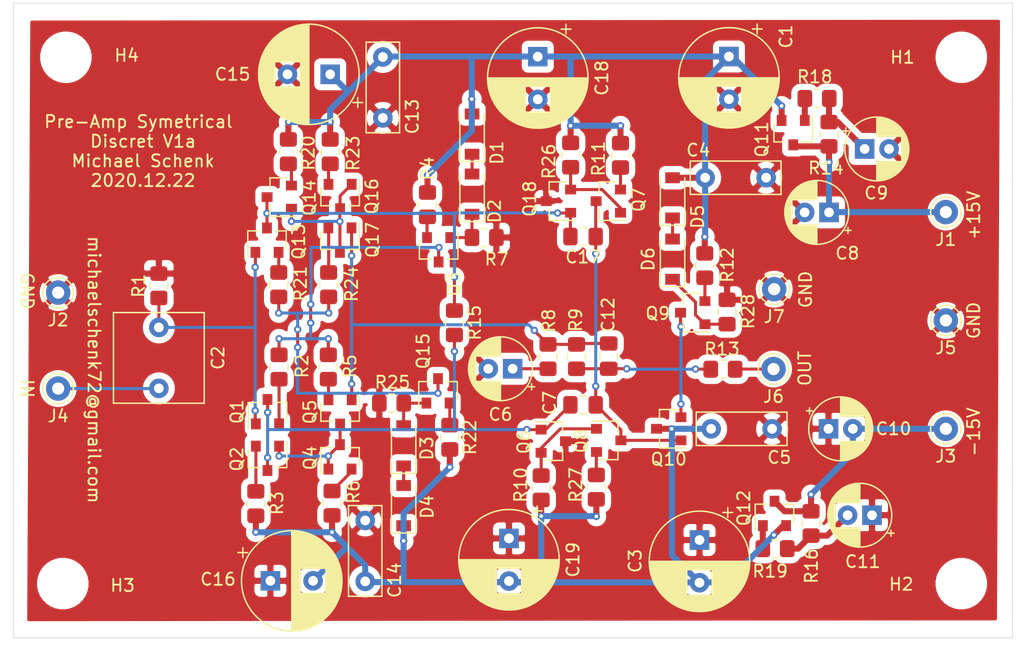
<source format=kicad_pcb>
(kicad_pcb (version 20171130) (host pcbnew "(5.1.8-0-10_14)")
  (layers (0 F.Cu signal) (31 B.Cu signal) (34 B.Paste user) (35 F.Paste user) (36 B.SilkS user) (37 F.SilkS user) (38 B.Mask user) (39 F.Mask user) (44 Edge.Cuts user))
  (net 0 "")
  (net 1 GND)
  (net 2 +15V)
  (net 3 "Net-(C2-Pad2)")
  (net 4 "Net-(C2-Pad1)")
  (net 5 -15V)
  (net 6 "Net-(C6-Pad1)")
  (net 7 "Net-(C7-Pad2)")
  (net 8 "Net-(C8-Pad1)")
  (net 9 "Net-(C9-Pad1)")
  (net 10 "Net-(C10-Pad2)")
  (net 11 "Net-(C11-Pad2)")
  (net 12 "Net-(D1-Pad1)")
  (net 13 "Net-(D2-Pad1)")
  (net 14 "Net-(J6-Pad1)")
  (net 15 "Net-(Q1-Pad2)")
  (net 16 "Net-(Q2-Pad2)")
  (net 17 "Net-(Q2-Pad1)")
  (net 18 "Net-(Q3-Pad3)")
  (net 19 "Net-(Q3-Pad2)")
  (net 20 "Net-(Q4-Pad2)")
  (net 21 "Net-(Q5-Pad2)")
  (net 22 "Net-(Q6-Pad2)")
  (net 23 "Net-(Q7-Pad2)")
  (net 24 "Net-(Q9-Pad2)")
  (net 25 "Net-(C12-Pad2)")
  (net 26 "Net-(C12-Pad1)")
  (net 27 "Net-(Q11-Pad1)")
  (net 28 "Net-(Q12-Pad1)")
  (net 29 "Net-(C17-Pad1)")
  (net 30 "Net-(C17-Pad2)")
  (net 31 "Net-(D3-Pad2)")
  (net 32 "Net-(D3-Pad1)")
  (net 33 "Net-(D5-Pad1)")
  (net 34 "Net-(D6-Pad1)")
  (net 35 "Net-(Q18-Pad2)")
  (net 36 "Net-(Q8-Pad2)")
  (net 37 "Net-(Q13-Pad2)")
  (net 38 "Net-(Q14-Pad2)")
  (net 39 "Net-(Q14-Pad1)")
  (net 40 "Net-(Q15-Pad3)")
  (net 41 "Net-(Q15-Pad2)")
  (net 42 "Net-(Q16-Pad2)")
  (net 43 "Net-(Q17-Pad2)")
  (module Resistor_SMD:R_0805_2012Metric_Pad1.20x1.40mm_HandSolder (layer F.Cu) (at 187.325 138.573 90)
    (fp_text reference R16 (at -3.4892 0.0254 90) (layer F.SilkS))
    (fp_text value 10k)
    (pad 2 smd roundrect (at 1 0 90) (size 1.2 1.4) (layers F.Cu F.Paste F.Mask) (roundrect_rratio 0.2083325) (net 10 "Net-(C10-Pad2)"))
    (pad 1 smd roundrect (at -1 0 90) (size 1.2 1.4) (layers F.Cu F.Paste F.Mask) (roundrect_rratio 0.2083325) (net 11 "Net-(C11-Pad2)"))
  )
  (module Capacitor_THT:CP_Radial_D8.0mm_P3.50mm (layer F.Cu) (at 162.56 139.8016 270)
    (fp_text reference C19 (at 1.75 -5.25 90) (layer F.SilkS))
    (fp_text value 220uF)
    (pad 2 thru_hole circle (at 3.5 0 270) (size 1.6 1.6) (drill 0.8) (layers *.Cu *.Mask) (net 5 -15V))
    (pad 1 thru_hole rect (at 0 0 270) (size 1.6 1.6) (drill 0.8) (layers *.Cu *.Mask) (net 1 GND))
  )
  (module Capacitor_THT:CP_Radial_D8.0mm_P3.50mm (layer F.Cu) (at 164.9222 100.2792 270)
    (fp_text reference C18 (at 1.75 -5.25 90) (layer F.SilkS))
    (fp_text value 220uF)
    (pad 2 thru_hole circle (at 3.5 0 270) (size 1.6 1.6) (drill 0.8) (layers *.Cu *.Mask) (net 1 GND))
    (pad 1 thru_hole rect (at 0 0 270) (size 1.6 1.6) (drill 0.8) (layers *.Cu *.Mask) (net 2 +15V))
  )
  (module Resistor_SMD:R_0805_2012Metric_Pad1.20x1.40mm_HandSolder (layer F.Cu) (at 141.8082 136.9408 270)
    (fp_text reference R3 (at -0.0348 -1.7272 90) (layer F.SilkS))
    (fp_text value 68R)
    (pad 2 smd roundrect (at 1 0 270) (size 1.2 1.4) (layers F.Cu F.Paste F.Mask) (roundrect_rratio 0.2083325) (net 5 -15V))
    (pad 1 smd roundrect (at -1 0 270) (size 1.2 1.4) (layers F.Cu F.Paste F.Mask) (roundrect_rratio 0.2083325) (net 16 "Net-(Q2-Pad2)"))
  )
  (module Resistor_SMD:R_0805_2012Metric_Pad1.20x1.40mm_HandSolder (layer F.Cu) (at 158.0896 122.1072 270)
    (fp_text reference R15 (at 0 -1.65 90) (layer F.SilkS))
    (fp_text value 250k)
    (pad 2 smd roundrect (at 1 0 270) (size 1.2 1.4) (layers F.Cu F.Paste F.Mask) (roundrect_rratio 0.208333) (net 7 "Net-(C7-Pad2)"))
    (pad 1 smd roundrect (at -1 0 270) (size 1.2 1.4) (layers F.Cu F.Paste F.Mask) (roundrect_rratio 0.208333) (net 30 "Net-(C17-Pad2)"))
  )
  (module Capacitor_THT:CP_Radial_D5.0mm_P2.00mm (layer F.Cu) (at 162.8648 125.8824 180)
    (fp_text reference C6 (at 1 -3.75) (layer F.SilkS))
    (fp_text value 100uF)
    (pad 2 thru_hole circle (at 2 0 180) (size 1.6 1.6) (drill 0.8) (layers *.Cu *.Mask) (net 1 GND))
    (pad 1 thru_hole rect (at 0 0 180) (size 1.6 1.6) (drill 0.8) (layers *.Cu *.Mask) (net 6 "Net-(C6-Pad1)"))
  )
  (module Package_TO_SOT_SMD:SOT-23 (layer F.Cu) (at 166.6146 112.1308 180)
    (fp_text reference Q18 (at 2.3528 0.193 90) (layer F.SilkS))
    (fp_text value BC860C)
    (pad 3 smd rect (at 1 0 180) (size 0.9 0.8) (layers F.Cu F.Paste F.Mask) (net 1 GND))
    (pad 2 smd rect (at -1 0.95 180) (size 0.9 0.8) (layers F.Cu F.Paste F.Mask) (net 35 "Net-(Q18-Pad2)"))
    (pad 1 smd rect (at -1 -0.95 180) (size 0.9 0.8) (layers F.Cu F.Paste F.Mask) (net 30 "Net-(C17-Pad2)"))
  )
  (module Resistor_SMD:R_0805_2012Metric_Pad1.20x1.40mm_HandSolder (layer F.Cu) (at 180.102 125.9205 180)
    (fp_text reference R13 (at 0.0795 1.651) (layer F.SilkS))
    (fp_text value 47R)
    (pad 2 smd roundrect (at 1 0 180) (size 1.2 1.4) (layers F.Cu F.Paste F.Mask) (roundrect_rratio 0.2083325) (net 26 "Net-(C12-Pad1)"))
    (pad 1 smd roundrect (at -1 0 180) (size 1.2 1.4) (layers F.Cu F.Paste F.Mask) (roundrect_rratio 0.2083325) (net 14 "Net-(J6-Pad1)"))
  )
  (module Resistor_SMD:R_0805_2012Metric_Pad1.20x1.40mm_HandSolder (layer F.Cu) (at 180.4416 121.2248 90)
    (fp_text reference R28 (at 0.0414 1.7145 90) (layer F.SilkS))
    (fp_text value 10k)
    (pad 2 smd roundrect (at 1 0 90) (size 1.2 1.4) (layers F.Cu F.Paste F.Mask) (roundrect_rratio 0.2083325) (net 1 GND))
    (pad 1 smd roundrect (at -1 0 90) (size 1.2 1.4) (layers F.Cu F.Paste F.Mask) (roundrect_rratio 0.2083325) (net 34 "Net-(D6-Pad1)"))
  )
  (module Resistor_SMD:R_0805_2012Metric_Pad1.20x1.40mm_HandSolder (layer F.Cu) (at 169.7228 135.5946 270)
    (fp_text reference R27 (at -0.1872 1.6764 90) (layer F.SilkS))
    (fp_text value 39R)
    (pad 2 smd roundrect (at 1 0 270) (size 1.2 1.4) (layers F.Cu F.Paste F.Mask) (roundrect_rratio 0.2083325) (net 5 -15V))
    (pad 1 smd roundrect (at -1 0 270) (size 1.2 1.4) (layers F.Cu F.Paste F.Mask) (roundrect_rratio 0.2083325) (net 36 "Net-(Q8-Pad2)"))
  )
  (module Resistor_SMD:R_0805_2012Metric_Pad1.20x1.40mm_HandSolder (layer F.Cu) (at 167.6146 108.347 270)
    (fp_text reference R26 (at 0.524 1.778 90) (layer F.SilkS))
    (fp_text value 2k2)
    (pad 2 smd roundrect (at 1 0 270) (size 1.2 1.4) (layers F.Cu F.Paste F.Mask) (roundrect_rratio 0.2083325) (net 35 "Net-(Q18-Pad2)"))
    (pad 1 smd roundrect (at -1 0 270) (size 1.2 1.4) (layers F.Cu F.Paste F.Mask) (roundrect_rratio 0.2083325) (net 2 +15V))
  )
  (module Resistor_SMD:R_0805_2012Metric_Pad1.20x1.40mm_HandSolder (layer F.Cu) (at 152.9334 128.7018)
    (fp_text reference R25 (at 0.0762 -1.7018) (layer F.SilkS))
    (fp_text value 10k)
    (pad 2 smd roundrect (at 1 0) (size 1.2 1.4) (layers F.Cu F.Paste F.Mask) (roundrect_rratio 0.2083325) (net 31 "Net-(D3-Pad2)"))
    (pad 1 smd roundrect (at -1 0) (size 1.2 1.4) (layers F.Cu F.Paste F.Mask) (roundrect_rratio 0.2083325) (net 1 GND))
  )
  (module Resistor_SMD:R_0805_2012Metric_Pad1.20x1.40mm_HandSolder (layer F.Cu) (at 147.7772 118.983 270)
    (fp_text reference R24 (at -0.0348 -1.8796 90) (layer F.SilkS))
    (fp_text value 100R)
    (pad 2 smd roundrect (at 1 0 270) (size 1.2 1.4) (layers F.Cu F.Paste F.Mask) (roundrect_rratio 0.2083325) (net 40 "Net-(Q15-Pad3)"))
    (pad 1 smd roundrect (at -1 0 270) (size 1.2 1.4) (layers F.Cu F.Paste F.Mask) (roundrect_rratio 0.2083325) (net 43 "Net-(Q17-Pad2)"))
  )
  (module Resistor_SMD:R_0805_2012Metric_Pad1.20x1.40mm_HandSolder (layer F.Cu) (at 147.9042 108.0676 270)
    (fp_text reference R23 (at 0.1364 -1.8796 90) (layer F.SilkS))
    (fp_text value 68R)
    (pad 2 smd roundrect (at 1 0 270) (size 1.2 1.4) (layers F.Cu F.Paste F.Mask) (roundrect_rratio 0.2083325) (net 42 "Net-(Q16-Pad2)"))
    (pad 1 smd roundrect (at -1 0 270) (size 1.2 1.4) (layers F.Cu F.Paste F.Mask) (roundrect_rratio 0.2083325) (net 2 +15V))
  )
  (module Resistor_SMD:R_0805_2012Metric_Pad1.20x1.40mm_HandSolder (layer F.Cu) (at 157.7086 131.5052 270)
    (fp_text reference R22 (at 0 -1.65 90) (layer F.SilkS))
    (fp_text value 150R)
    (pad 2 smd roundrect (at 1 0 270) (size 1.2 1.4) (layers F.Cu F.Paste F.Mask) (roundrect_rratio 0.2083325) (net 5 -15V))
    (pad 1 smd roundrect (at -1 0 270) (size 1.2 1.4) (layers F.Cu F.Paste F.Mask) (roundrect_rratio 0.2083325) (net 41 "Net-(Q15-Pad2)"))
  )
  (module Resistor_SMD:R_0805_2012Metric_Pad1.20x1.40mm_HandSolder (layer F.Cu) (at 143.6878 118.983 270)
    (fp_text reference R21 (at -0.0856 -1.778 90) (layer F.SilkS))
    (fp_text value 100R)
    (pad 2 smd roundrect (at 1 0 270) (size 1.2 1.4) (layers F.Cu F.Paste F.Mask) (roundrect_rratio 0.2083325) (net 40 "Net-(Q15-Pad3)"))
    (pad 1 smd roundrect (at -1 0 270) (size 1.2 1.4) (layers F.Cu F.Paste F.Mask) (roundrect_rratio 0.2083325) (net 37 "Net-(Q13-Pad2)"))
  )
  (module Resistor_SMD:R_0805_2012Metric_Pad1.20x1.40mm_HandSolder (layer F.Cu) (at 144.4752 108.0676 270)
    (fp_text reference R20 (at 0.111 -1.6256 90) (layer F.SilkS))
    (fp_text value 68R)
    (pad 2 smd roundrect (at 1 0 270) (size 1.2 1.4) (layers F.Cu F.Paste F.Mask) (roundrect_rratio 0.2083325) (net 38 "Net-(Q14-Pad2)"))
    (pad 1 smd roundrect (at -1 0 270) (size 1.2 1.4) (layers F.Cu F.Paste F.Mask) (roundrect_rratio 0.2083325) (net 2 +15V))
  )
  (module Package_TO_SOT_SMD:SOT-23 (layer F.Cu) (at 148.7018 115.3254 270)
    (fp_text reference Q17 (at -0.016 -2.667 90) (layer F.SilkS))
    (fp_text value BC850C)
    (pad 3 smd rect (at 1 0 270) (size 0.9 0.8) (layers F.Cu F.Paste F.Mask) (net 39 "Net-(Q14-Pad1)"))
    (pad 2 smd rect (at -1 0.95 270) (size 0.9 0.8) (layers F.Cu F.Paste F.Mask) (net 43 "Net-(Q17-Pad2)"))
    (pad 1 smd rect (at -1 -0.95 270) (size 0.9 0.8) (layers F.Cu F.Paste F.Mask) (net 25 "Net-(C12-Pad2)"))
  )
  (module Package_TO_SOT_SMD:SOT-23 (layer F.Cu) (at 148.717 111.7506 270)
    (fp_text reference Q16 (at -0.016 -2.6035 90) (layer F.SilkS))
    (fp_text value BC860C)
    (pad 3 smd rect (at 1 0 270) (size 0.9 0.8) (layers F.Cu F.Paste F.Mask) (net 39 "Net-(Q14-Pad1)"))
    (pad 2 smd rect (at -1 0.95 270) (size 0.9 0.8) (layers F.Cu F.Paste F.Mask) (net 42 "Net-(Q16-Pad2)"))
    (pad 1 smd rect (at -1 -0.95 270) (size 0.9 0.8) (layers F.Cu F.Paste F.Mask) (net 39 "Net-(Q14-Pad1)"))
  )
  (module Package_TO_SOT_SMD:SOT-23 (layer F.Cu) (at 156.7434 127.6952 90)
    (fp_text reference Q15 (at 3.2606 -1.2192 90) (layer F.SilkS))
    (fp_text value BC850C)
    (pad 3 smd rect (at 1 0 90) (size 0.9 0.8) (layers F.Cu F.Paste F.Mask) (net 40 "Net-(Q15-Pad3)"))
    (pad 2 smd rect (at -1 0.95 90) (size 0.9 0.8) (layers F.Cu F.Paste F.Mask) (net 41 "Net-(Q15-Pad2)"))
    (pad 1 smd rect (at -1 -0.95 90) (size 0.9 0.8) (layers F.Cu F.Paste F.Mask) (net 31 "Net-(D3-Pad2)"))
  )
  (module Package_TO_SOT_SMD:SOT-23 (layer F.Cu) (at 143.7292 111.8006 180)
    (fp_text reference Q14 (at -2.4605 -0.061 90) (layer F.SilkS))
    (fp_text value BC860C)
    (pad 3 smd rect (at 1 0 180) (size 0.9 0.8) (layers F.Cu F.Paste F.Mask) (net 30 "Net-(C17-Pad2)"))
    (pad 2 smd rect (at -1 0.95 180) (size 0.9 0.8) (layers F.Cu F.Paste F.Mask) (net 38 "Net-(Q14-Pad2)"))
    (pad 1 smd rect (at -1 -0.95 180) (size 0.9 0.8) (layers F.Cu F.Paste F.Mask) (net 39 "Net-(Q14-Pad1)"))
  )
  (module Package_TO_SOT_SMD:SOT-23 (layer F.Cu) (at 142.7226 115.332 90)
    (fp_text reference Q13 (at -0.111 2.601 90) (layer F.SilkS))
    (fp_text value BC850C)
    (pad 3 smd rect (at 1 0 90) (size 0.9 0.8) (layers F.Cu F.Paste F.Mask) (net 30 "Net-(C17-Pad2)"))
    (pad 2 smd rect (at -1 0.95 90) (size 0.9 0.8) (layers F.Cu F.Paste F.Mask) (net 37 "Net-(Q13-Pad2)"))
    (pad 1 smd rect (at -1 -0.95 90) (size 0.9 0.8) (layers F.Cu F.Paste F.Mask) (net 4 "Net-(C2-Pad1)"))
  )
  (module Diode_SMD:D_SOD-123 (layer F.Cu) (at 175.9712 116.8908 90)
    (fp_text reference D6 (at 0 -2 90) (layer F.SilkS))
    (fp_text value 1N4148W)
    (pad 2 smd rect (at 1.65 0 90) (size 0.9 1.2) (layers F.Cu F.Paste F.Mask) (net 33 "Net-(D5-Pad1)"))
    (pad 1 smd rect (at -1.65 0 90) (size 0.9 1.2) (layers F.Cu F.Paste F.Mask) (net 34 "Net-(D6-Pad1)"))
  )
  (module Diode_SMD:D_SOD-123 (layer F.Cu) (at 175.9712 111.8626 90)
    (fp_text reference D5 (at -1.5484 2.0574 90) (layer F.SilkS))
    (fp_text value 1N4148W)
    (pad 2 smd rect (at 1.65 0 90) (size 0.9 1.2) (layers F.Cu F.Paste F.Mask) (net 2 +15V))
    (pad 1 smd rect (at -1.65 0 90) (size 0.9 1.2) (layers F.Cu F.Paste F.Mask) (net 33 "Net-(D5-Pad1)"))
  )
  (module Diode_SMD:D_SOD-123 (layer F.Cu) (at 153.924 137.1082 90)
    (fp_text reference D4 (at -0.1026 1.9304 90) (layer F.SilkS))
    (fp_text value 1N4148W)
    (pad 2 smd rect (at 1.65 0 90) (size 0.9 1.2) (layers F.Cu F.Paste F.Mask) (net 32 "Net-(D3-Pad1)"))
    (pad 1 smd rect (at -1.65 0 90) (size 0.9 1.2) (layers F.Cu F.Paste F.Mask) (net 5 -15V))
  )
  (module Diode_SMD:D_SOD-123 (layer F.Cu) (at 153.924 132.207 90)
    (fp_text reference D3 (at -0.2032 1.905 90) (layer F.SilkS))
    (fp_text value 1N4148W)
    (pad 2 smd rect (at 1.65 0 90) (size 0.9 1.2) (layers F.Cu F.Paste F.Mask) (net 31 "Net-(D3-Pad2)"))
    (pad 1 smd rect (at -1.65 0 90) (size 0.9 1.2) (layers F.Cu F.Paste F.Mask) (net 32 "Net-(D3-Pad1)"))
  )
  (module Capacitor_SMD:C_0805_2012Metric_Pad1.18x1.45mm_HandSolder (layer F.Cu) (at 168.6345 115.0366 180)
    (fp_text reference C17 (at 0 -1.68) (layer F.SilkS))
    (fp_text value 1nF)
    (pad 2 smd roundrect (at 1.0375 0 180) (size 1.175 1.45) (layers F.Cu F.Paste F.Mask) (roundrect_rratio 0.2127659574468085) (net 30 "Net-(C17-Pad2)"))
    (pad 1 smd roundrect (at -1.0375 0 180) (size 1.175 1.45) (layers F.Cu F.Paste F.Mask) (roundrect_rratio 0.2127659574468085) (net 29 "Net-(C17-Pad1)"))
  )
  (module Capacitor_THT:CP_Radial_D8.0mm_P3.50mm (layer F.Cu) (at 143.002 143.2814)
    (fp_text reference C16 (at -4.2926 -0.127) (layer F.SilkS))
    (fp_text value 220uF)
    (pad 2 thru_hole circle (at 3.5 0) (size 1.6 1.6) (drill 0.8) (layers *.Cu *.Mask) (net 5 -15V))
    (pad 1 thru_hole rect (at 0 0) (size 1.6 1.6) (drill 0.8) (layers *.Cu *.Mask) (net 1 GND))
  )
  (module Capacitor_THT:CP_Radial_D8.0mm_P3.50mm (layer F.Cu) (at 147.9042 101.727 180)
    (fp_text reference C15 (at 8.001 0) (layer F.SilkS))
    (fp_text value 220uF)
    (pad 2 thru_hole circle (at 3.5 0 180) (size 1.6 1.6) (drill 0.8) (layers *.Cu *.Mask) (net 1 GND))
    (pad 1 thru_hole rect (at 0 0 180) (size 1.6 1.6) (drill 0.8) (layers *.Cu *.Mask) (net 2 +15V))
  )
  (module Capacitor_THT:CP_Radial_D8.0mm_P3.50mm (layer F.Cu) (at 178.181 139.9338 270)
    (fp_text reference C3 (at 1.7145 5.2705 90) (layer F.SilkS))
    (fp_text value 220uF)
    (pad 2 thru_hole circle (at 3.5 0 270) (size 1.6 1.6) (drill 0.8) (layers *.Cu *.Mask) (net 5 -15V))
    (pad 1 thru_hole rect (at 0 0 270) (size 1.6 1.6) (drill 0.8) (layers *.Cu *.Mask) (net 1 GND))
  )
  (module Capacitor_THT:CP_Radial_D8.0mm_P3.50mm (layer F.Cu) (at 180.594 100.2665 270)
    (fp_text reference C1 (at -1.6383 -4.6736 90) (layer F.SilkS))
    (fp_text value 220uF)
    (pad 2 thru_hole circle (at 3.5 0 270) (size 1.6 1.6) (drill 0.8) (layers *.Cu *.Mask) (net 1 GND))
    (pad 1 thru_hole rect (at 0 0 270) (size 1.6 1.6) (drill 0.8) (layers *.Cu *.Mask) (net 2 +15V))
  )
  (module Capacitor_THT:CP_Radial_D5.0mm_P2.00mm (layer F.Cu) (at 192.3222 137.8966 180)
    (fp_text reference C11 (at 0.762 -3.81) (layer F.SilkS))
    (fp_text value 100uF)
    (pad 2 thru_hole circle (at 2 0 180) (size 1.6 1.6) (drill 0.8) (layers *.Cu *.Mask) (net 11 "Net-(C11-Pad2)"))
    (pad 1 thru_hole rect (at 0 0 180) (size 1.6 1.6) (drill 0.8) (layers *.Cu *.Mask) (net 1 GND))
  )
  (module Capacitor_THT:CP_Radial_D5.0mm_P2.00mm (layer F.Cu) (at 188.754 130.81)
    (fp_text reference C10 (at 5.334 0) (layer F.SilkS))
    (fp_text value 100uF)
    (pad 2 thru_hole circle (at 2 0) (size 1.6 1.6) (drill 0.8) (layers *.Cu *.Mask) (net 10 "Net-(C10-Pad2)"))
    (pad 1 thru_hole rect (at 0 0) (size 1.6 1.6) (drill 0.8) (layers *.Cu *.Mask) (net 1 GND))
  )
  (module Capacitor_THT:CP_Radial_D5.0mm_P2.00mm (layer F.Cu) (at 191.7192 107.8484)
    (fp_text reference C9 (at 0.9525 3.6195) (layer F.SilkS))
    (fp_text value 100uF)
    (pad 2 thru_hole circle (at 2 0) (size 1.6 1.6) (drill 0.8) (layers *.Cu *.Mask) (net 1 GND))
    (pad 1 thru_hole rect (at 0 0) (size 1.6 1.6) (drill 0.8) (layers *.Cu *.Mask) (net 9 "Net-(C9-Pad1)"))
  )
  (module Capacitor_THT:CP_Radial_D5.0mm_P2.00mm (layer F.Cu) (at 188.7982 113.0554 180)
    (fp_text reference C8 (at -1.4986 -3.3528) (layer F.SilkS))
    (fp_text value 100uF)
    (pad 2 thru_hole circle (at 2 0 180) (size 1.6 1.6) (drill 0.8) (layers *.Cu *.Mask) (net 1 GND))
    (pad 1 thru_hole rect (at 0 0 180) (size 1.6 1.6) (drill 0.8) (layers *.Cu *.Mask) (net 8 "Net-(C8-Pad1)"))
  )
  (module Resistor_SMD:R_0805_2012Metric_Pad1.20x1.40mm_HandSolder (layer F.Cu) (at 184.3692 140.6398 180)
    (fp_text reference R19 (at 0.397 -1.8542) (layer F.SilkS))
    (fp_text value 100R)
    (pad 2 smd roundrect (at 1 0 180) (size 1.2 1.4) (layers F.Cu F.Paste F.Mask) (roundrect_rratio 0.2083325) (net 28 "Net-(Q12-Pad1)"))
    (pad 1 smd roundrect (at -1 0 180) (size 1.2 1.4) (layers F.Cu F.Paste F.Mask) (roundrect_rratio 0.2083325) (net 11 "Net-(C11-Pad2)"))
  )
  (module Resistor_SMD:R_0805_2012Metric_Pad1.20x1.40mm_HandSolder (layer F.Cu) (at 187.817 103.7082 180)
    (fp_text reference R18 (at 0.1872 1.778) (layer F.SilkS))
    (fp_text value 100R)
    (pad 2 smd roundrect (at 1 0 180) (size 1.2 1.4) (layers F.Cu F.Paste F.Mask) (roundrect_rratio 0.2083325) (net 27 "Net-(Q11-Pad1)"))
    (pad 1 smd roundrect (at -1 0 180) (size 1.2 1.4) (layers F.Cu F.Paste F.Mask) (roundrect_rratio 0.2083325) (net 9 "Net-(C9-Pad1)"))
  )
  (module Resistor_SMD:R_0805_2012Metric_Pad1.20x1.40mm_HandSolder (layer F.Cu) (at 188.7982 106.6386 270)
    (fp_text reference R14 (at 2.7846 0.254 180) (layer F.SilkS))
    (fp_text value 10k)
    (pad 2 smd roundrect (at 1 0 270) (size 1.2 1.4) (layers F.Cu F.Paste F.Mask) (roundrect_rratio 0.2083325) (net 8 "Net-(C8-Pad1)"))
    (pad 1 smd roundrect (at -1 0 270) (size 1.2 1.4) (layers F.Cu F.Paste F.Mask) (roundrect_rratio 0.2083325) (net 9 "Net-(C9-Pad1)"))
  )
  (module Capacitor_THT:C_Rect_L7.2mm_W2.5mm_P5.00mm_FKS2_FKP2_MKS2_MKP2 (layer F.Cu) (at 150.7744 143.3284 90)
    (fp_text reference C14 (at 0.0978 2.413 90) (layer F.SilkS))
    (fp_text value 100nF)
    (pad 2 thru_hole circle (at 5 0 90) (size 1.6 1.6) (drill 0.8) (layers *.Cu *.Mask) (net 1 GND))
    (pad 1 thru_hole circle (at 0 0 90) (size 1.6 1.6) (drill 0.8) (layers *.Cu *.Mask) (net 5 -15V))
  )
  (module Capacitor_THT:C_Rect_L7.2mm_W2.5mm_P5.00mm_FKS2_FKP2_MKS2_MKP2 (layer F.Cu) (at 152.2222 105.3046 90)
    (fp_text reference C13 (at 0.1105 2.413 90) (layer F.SilkS))
    (fp_text value 100nF)
    (pad 2 thru_hole circle (at 5 0 90) (size 1.6 1.6) (drill 0.8) (layers *.Cu *.Mask) (net 2 +15V))
    (pad 1 thru_hole circle (at 0 0 90) (size 1.6 1.6) (drill 0.8) (layers *.Cu *.Mask) (net 1 GND))
  )
  (module Capacitor_THT:C_Rect_L7.2mm_W2.5mm_P5.00mm_FKS2_FKP2_MKS2_MKP2 (layer F.Cu) (at 179.1335 130.81)
    (fp_text reference C5 (at 5.588 2.3495) (layer F.SilkS))
    (fp_text value 100nF)
    (pad 2 thru_hole circle (at 5 0) (size 1.6 1.6) (drill 0.8) (layers *.Cu *.Mask) (net 1 GND))
    (pad 1 thru_hole circle (at 0 0) (size 1.6 1.6) (drill 0.8) (layers *.Cu *.Mask) (net 5 -15V))
  )
  (module Capacitor_THT:C_Rect_L7.2mm_W2.5mm_P5.00mm_FKS2_FKP2_MKS2_MKP2 (layer F.Cu) (at 183.642 110.2106 180)
    (fp_text reference C4 (at 5.5626 2.2606) (layer F.SilkS))
    (fp_text value 100nF)
    (pad 2 thru_hole circle (at 5 0 180) (size 1.6 1.6) (drill 0.8) (layers *.Cu *.Mask) (net 2 +15V))
    (pad 1 thru_hole circle (at 0 0 180) (size 1.6 1.6) (drill 0.8) (layers *.Cu *.Mask) (net 1 GND))
  )
  (module Connector_Pin:Pin_D1.0mm_L10.0mm (layer F.Cu) (at 184.3024 119.3546)
    (fp_text reference J7 (at 0 2.25) (layer F.SilkS))
    (fp_text value Conn_01x01)
    (pad 1 thru_hole circle (at 0 0) (size 2 2) (drill 1) (layers *.Cu *.Mask) (net 1 GND))
  )
  (module Connector_Pin:Pin_D1.0mm_L10.0mm (layer F.Cu) (at 184.2516 125.9078)
    (fp_text reference J6 (at 0 2.25) (layer F.SilkS))
    (fp_text value Conn_01x01)
    (pad 1 thru_hole circle (at 0 0) (size 2 2) (drill 1) (layers *.Cu *.Mask) (net 14 "Net-(J6-Pad1)"))
  )
  (module Connector_Pin:Pin_D1.0mm_L10.0mm (layer F.Cu) (at 198.374 121.92)
    (fp_text reference J5 (at 0 2.25) (layer F.SilkS))
    (fp_text value Conn_01x01)
    (pad 1 thru_hole circle (at 0 0) (size 2 2) (drill 1) (layers *.Cu *.Mask) (net 1 GND))
  )
  (module Connector_Pin:Pin_D1.0mm_L10.0mm (layer F.Cu) (at 125.603 127.508)
    (fp_text reference J4 (at 0 2.25) (layer F.SilkS))
    (fp_text value Conn_01x01)
    (pad 1 thru_hole circle (at 0 0) (size 2 2) (drill 1) (layers *.Cu *.Mask) (net 3 "Net-(C2-Pad2)"))
  )
  (module Connector_Pin:Pin_D1.0mm_L10.0mm (layer F.Cu) (at 198.374 130.81)
    (fp_text reference J3 (at 0 2.25) (layer F.SilkS))
    (fp_text value Conn_01x01)
    (pad 1 thru_hole circle (at 0 0) (size 2 2) (drill 1) (layers *.Cu *.Mask) (net 10 "Net-(C10-Pad2)"))
  )
  (module Connector_Pin:Pin_D1.0mm_L10.0mm (layer F.Cu) (at 125.603 119.634)
    (fp_text reference J2 (at 0 2.25) (layer F.SilkS))
    (fp_text value Conn_01x01)
    (pad 1 thru_hole circle (at 0 0) (size 2 2) (drill 1) (layers *.Cu *.Mask) (net 1 GND))
  )
  (module Connector_Pin:Pin_D1.0mm_L10.0mm (layer F.Cu) (at 198.374 113.03)
    (fp_text reference J1 (at 0 2.25) (layer F.SilkS))
    (fp_text value Conn_01x01)
    (pad 1 thru_hole circle (at 0 0) (size 2 2) (drill 1) (layers *.Cu *.Mask) (net 8 "Net-(C8-Pad1)"))
  )
  (module Package_TO_SOT_SMD:SOT-23 (layer F.Cu) (at 148.7068 133.112 90)
    (fp_text reference Q4 (at -0.0856 -2.4536 270) (layer F.SilkS))
    (fp_text value BC850C)
    (pad 3 smd rect (at 1 0 90) (size 0.9 0.8) (layers F.Cu F.Paste F.Mask) (net 17 "Net-(Q2-Pad1)"))
    (pad 2 smd rect (at -1 0.95 90) (size 0.9 0.8) (layers F.Cu F.Paste F.Mask) (net 20 "Net-(Q4-Pad2)"))
    (pad 1 smd rect (at -1 -0.95 90) (size 0.9 0.8) (layers F.Cu F.Paste F.Mask) (net 17 "Net-(Q2-Pad1)"))
  )
  (module Package_TO_SOT_SMD:SOT-23 (layer F.Cu) (at 175.657 130.8075 180)
    (fp_text reference Q10 (at 0 -2.5) (layer F.SilkS))
    (fp_text value BC860C)
    (pad 3 smd rect (at 1 0 180) (size 0.9 0.8) (layers F.Cu F.Paste F.Mask) (net 5 -15V))
    (pad 2 smd rect (at -1 0.95 180) (size 0.9 0.8) (layers F.Cu F.Paste F.Mask) (net 26 "Net-(C12-Pad1)"))
    (pad 1 smd rect (at -1 -0.95 180) (size 0.9 0.8) (layers F.Cu F.Paste F.Mask) (net 29 "Net-(C17-Pad1)"))
  )
  (module Resistor_SMD:R_0805_2012Metric_Pad1.20x1.40mm_HandSolder (layer F.Cu) (at 155.8798 112.4204 270)
    (fp_text reference R4 (at -2.9685 0 90) (layer F.SilkS))
    (fp_text value 150R)
    (pad 2 smd roundrect (at 1 0 270) (size 1.2 1.4) (layers F.Cu F.Paste F.Mask) (roundrect_rratio 0.2083325) (net 19 "Net-(Q3-Pad2)"))
    (pad 1 smd roundrect (at -1 0 270) (size 1.2 1.4) (layers F.Cu F.Paste F.Mask) (roundrect_rratio 0.2083325) (net 2 +15V))
  )
  (module Capacitor_SMD:C_0805_2012Metric_Pad1.18x1.45mm_HandSolder (layer F.Cu) (at 168.6345 128.8415 180)
    (fp_text reference C7 (at 2.7471 0.1651 90) (layer F.SilkS))
    (fp_text value 1nF)
    (pad 2 smd roundrect (at 1.0375 0 180) (size 1.175 1.45) (layers F.Cu F.Paste F.Mask) (roundrect_rratio 0.2127659574468085) (net 7 "Net-(C7-Pad2)"))
    (pad 1 smd roundrect (at -1.0375 0 180) (size 1.175 1.45) (layers F.Cu F.Paste F.Mask) (roundrect_rratio 0.2127659574468085) (net 29 "Net-(C17-Pad1)"))
  )
  (module Capacitor_SMD:C_0805_2012Metric_Pad1.18x1.45mm_HandSolder (layer F.Cu) (at 170.7388 124.8449 90)
    (fp_text reference C12 (at 3.3821 -0.0508 90) (layer F.SilkS))
    (fp_text value 4.7pF)
    (pad 2 smd roundrect (at 1.0375 0 90) (size 1.175 1.45) (layers F.Cu F.Paste F.Mask) (roundrect_rratio 0.2127659574468085) (net 25 "Net-(C12-Pad2)"))
    (pad 1 smd roundrect (at -1.0375 0 90) (size 1.175 1.45) (layers F.Cu F.Paste F.Mask) (roundrect_rratio 0.2127659574468085) (net 26 "Net-(C12-Pad1)"))
  )
  (module Package_TO_SOT_SMD:SOT-23 (layer F.Cu) (at 177.6255 121.2825 180)
    (fp_text reference Q9 (at 2.8735 -0.066) (layer F.SilkS))
    (fp_text value BC860C)
    (pad 1 smd rect (at -1 -0.95 180) (size 0.9 0.8) (layers F.Cu F.Paste F.Mask) (net 34 "Net-(D6-Pad1)"))
    (pad 2 smd rect (at -1 0.95 180) (size 0.9 0.8) (layers F.Cu F.Paste F.Mask) (net 24 "Net-(Q9-Pad2)"))
    (pad 3 smd rect (at 1 0 180) (size 0.9 0.8) (layers F.Cu F.Paste F.Mask) (net 26 "Net-(C12-Pad1)"))
  )
  (module Resistor_SMD:R_0805_2012Metric_Pad1.20x1.40mm_HandSolder (layer F.Cu) (at 133.858 119.0752 90)
    (fp_text reference R1 (at 0 -1.65 90) (layer F.SilkS))
    (fp_text value 22k)
    (pad 2 smd roundrect (at 1 0 90) (size 1.2 1.4) (layers F.Cu F.Paste F.Mask) (roundrect_rratio 0.2083325) (net 1 GND))
    (pad 1 smd roundrect (at -1 0 90) (size 1.2 1.4) (layers F.Cu F.Paste F.Mask) (roundrect_rratio 0.2083325) (net 4 "Net-(C2-Pad1)"))
  )
  (module Resistor_SMD:R_0805_2012Metric_Pad1.20x1.40mm_HandSolder (layer F.Cu) (at 178.6128 117.4148 270)
    (fp_text reference R12 (at -0.0475 -1.8415 90) (layer F.SilkS))
    (fp_text value 100R)
    (pad 2 smd roundrect (at 1 0 270) (size 1.2 1.4) (layers F.Cu F.Paste F.Mask) (roundrect_rratio 0.2083325) (net 24 "Net-(Q9-Pad2)"))
    (pad 1 smd roundrect (at -1 0 270) (size 1.2 1.4) (layers F.Cu F.Paste F.Mask) (roundrect_rratio 0.2083325) (net 2 +15V))
  )
  (module Resistor_SMD:R_0805_2012Metric_Pad1.20x1.40mm_HandSolder (layer F.Cu) (at 171.704 108.3724 270)
    (fp_text reference R11 (at 0.2634 1.8034 90) (layer F.SilkS))
    (fp_text value 39R)
    (pad 2 smd roundrect (at 1 0 270) (size 1.2 1.4) (layers F.Cu F.Paste F.Mask) (roundrect_rratio 0.2083325) (net 23 "Net-(Q7-Pad2)"))
    (pad 1 smd roundrect (at -1 0 270) (size 1.2 1.4) (layers F.Cu F.Paste F.Mask) (roundrect_rratio 0.2083325) (net 2 +15V))
  )
  (module Resistor_SMD:R_0805_2012Metric_Pad1.20x1.40mm_HandSolder (layer F.Cu) (at 165.2016 135.6454 270)
    (fp_text reference R10 (at -0.238 1.6764 90) (layer F.SilkS))
    (fp_text value 2k2)
    (pad 2 smd roundrect (at 1 0 270) (size 1.2 1.4) (layers F.Cu F.Paste F.Mask) (roundrect_rratio 0.2083325) (net 5 -15V))
    (pad 1 smd roundrect (at -1 0 270) (size 1.2 1.4) (layers F.Cu F.Paste F.Mask) (roundrect_rratio 0.2083325) (net 22 "Net-(Q6-Pad2)"))
  )
  (module Resistor_SMD:R_0805_2012Metric_Pad1.20x1.40mm_HandSolder (layer F.Cu) (at 168.0972 124.8824 90)
    (fp_text reference R9 (at 3.0005 -0.0635 90) (layer F.SilkS))
    (fp_text value 22k)
    (pad 2 smd roundrect (at 1 0 90) (size 1.2 1.4) (layers F.Cu F.Paste F.Mask) (roundrect_rratio 0.2083325) (net 25 "Net-(C12-Pad2)"))
    (pad 1 smd roundrect (at -1 0 90) (size 1.2 1.4) (layers F.Cu F.Paste F.Mask) (roundrect_rratio 0.2083325) (net 26 "Net-(C12-Pad1)"))
  )
  (module Resistor_SMD:R_0805_2012Metric_Pad1.20x1.40mm_HandSolder (layer F.Cu) (at 165.7604 124.8824 270)
    (fp_text reference R8 (at -2.937 -0.0635 90) (layer F.SilkS))
    (fp_text value 22k)
    (pad 2 smd roundrect (at 1 0 270) (size 1.2 1.4) (layers F.Cu F.Paste F.Mask) (roundrect_rratio 0.2083325) (net 6 "Net-(C6-Pad1)"))
    (pad 1 smd roundrect (at -1 0 270) (size 1.2 1.4) (layers F.Cu F.Paste F.Mask) (roundrect_rratio 0.2083325) (net 25 "Net-(C12-Pad2)"))
  )
  (module Resistor_SMD:R_0805_2012Metric_Pad1.20x1.40mm_HandSolder (layer F.Cu) (at 160.528 115.1128)
    (fp_text reference R7 (at 1.016 1.778) (layer F.SilkS))
    (fp_text value 10k)
    (pad 2 smd roundrect (at 1 0) (size 1.2 1.4) (layers F.Cu F.Paste F.Mask) (roundrect_rratio 0.2083325) (net 1 GND))
    (pad 1 smd roundrect (at -1 0) (size 1.2 1.4) (layers F.Cu F.Paste F.Mask) (roundrect_rratio 0.2083325) (net 13 "Net-(D2-Pad1)"))
  )
  (module Resistor_SMD:R_0805_2012Metric_Pad1.20x1.40mm_HandSolder (layer F.Cu) (at 148.0566 136.9154 270)
    (fp_text reference R6 (at -0.9238 -1.7272 90) (layer F.SilkS))
    (fp_text value 68R)
    (pad 2 smd roundrect (at 1 0 270) (size 1.2 1.4) (layers F.Cu F.Paste F.Mask) (roundrect_rratio 0.2083325) (net 5 -15V))
    (pad 1 smd roundrect (at -1 0 270) (size 1.2 1.4) (layers F.Cu F.Paste F.Mask) (roundrect_rratio 0.2083325) (net 20 "Net-(Q4-Pad2)"))
  )
  (module Resistor_SMD:R_0805_2012Metric_Pad1.20x1.40mm_HandSolder (layer F.Cu) (at 147.7518 125.7394 270)
    (fp_text reference R5 (at -0.0602 -1.778 90) (layer F.SilkS))
    (fp_text value 100R)
    (pad 2 smd roundrect (at 1 0 270) (size 1.2 1.4) (layers F.Cu F.Paste F.Mask) (roundrect_rratio 0.2083325) (net 21 "Net-(Q5-Pad2)"))
    (pad 1 smd roundrect (at -1 0 270) (size 1.2 1.4) (layers F.Cu F.Paste F.Mask) (roundrect_rratio 0.2083325) (net 18 "Net-(Q3-Pad3)"))
  )
  (module Resistor_SMD:R_0805_2012Metric_Pad1.20x1.40mm_HandSolder (layer F.Cu) (at 143.7132 125.7394 270)
    (fp_text reference R2 (at -0.0602 -1.8796 90) (layer F.SilkS))
    (fp_text value 100R)
    (pad 2 smd roundrect (at 1 0 270) (size 1.2 1.4) (layers F.Cu F.Paste F.Mask) (roundrect_rratio 0.2083325) (net 15 "Net-(Q1-Pad2)"))
    (pad 1 smd roundrect (at -1 0 270) (size 1.2 1.4) (layers F.Cu F.Paste F.Mask) (roundrect_rratio 0.2083325) (net 18 "Net-(Q3-Pad3)"))
  )
  (module Package_TO_SOT_SMD:SOT-23 (layer F.Cu) (at 184.3278 137.7536 90)
    (fp_text reference Q12 (at 0.4412 -2.5146 90) (layer F.SilkS))
    (fp_text value BC860C)
    (pad 3 smd rect (at 1 0 90) (size 0.9 0.8) (layers F.Cu F.Paste F.Mask) (net 10 "Net-(C10-Pad2)"))
    (pad 2 smd rect (at -1 0.95 90) (size 0.9 0.8) (layers F.Cu F.Paste F.Mask) (net 5 -15V))
    (pad 1 smd rect (at -1 -0.95 90) (size 0.9 0.8) (layers F.Cu F.Paste F.Mask) (net 28 "Net-(Q12-Pad1)"))
  )
  (module Package_TO_SOT_SMD:SOT-23 (layer F.Cu) (at 185.862 106.5116 270)
    (fp_text reference Q11 (at 0.5494 2.5756 90) (layer F.SilkS))
    (fp_text value BC850C)
    (pad 3 smd rect (at 1 0 270) (size 0.9 0.8) (layers F.Cu F.Paste F.Mask) (net 8 "Net-(C8-Pad1)"))
    (pad 2 smd rect (at -1 0.95 270) (size 0.9 0.8) (layers F.Cu F.Paste F.Mask) (net 2 +15V))
    (pad 1 smd rect (at -1 -0.95 270) (size 0.9 0.8) (layers F.Cu F.Paste F.Mask) (net 27 "Net-(Q11-Pad1)"))
  )
  (module Package_TO_SOT_SMD:SOT-23 (layer F.Cu) (at 170.7355 131.76)
    (fp_text reference Q8 (at -2.2573 0.0406 90) (layer F.SilkS))
    (fp_text value BC850C)
    (pad 3 smd rect (at 1 0) (size 0.9 0.8) (layers F.Cu F.Paste F.Mask) (net 29 "Net-(C17-Pad1)"))
    (pad 2 smd rect (at -1 0.95) (size 0.9 0.8) (layers F.Cu F.Paste F.Mask) (net 36 "Net-(Q8-Pad2)"))
    (pad 1 smd rect (at -1 -0.95) (size 0.9 0.8) (layers F.Cu F.Paste F.Mask) (net 22 "Net-(Q6-Pad2)"))
  )
  (module Package_TO_SOT_SMD:SOT-23 (layer F.Cu) (at 170.704 112.1308 180)
    (fp_text reference Q7 (at -2.4732 0.1168 90) (layer F.SilkS))
    (fp_text value BC860C)
    (pad 3 smd rect (at 1 0 180) (size 0.9 0.8) (layers F.Cu F.Paste F.Mask) (net 29 "Net-(C17-Pad1)"))
    (pad 2 smd rect (at -1 0.95 180) (size 0.9 0.8) (layers F.Cu F.Paste F.Mask) (net 23 "Net-(Q7-Pad2)"))
    (pad 1 smd rect (at -1 -0.95 180) (size 0.9 0.8) (layers F.Cu F.Paste F.Mask) (net 35 "Net-(Q18-Pad2)"))
  )
  (module Package_TO_SOT_SMD:SOT-23 (layer F.Cu) (at 166.1955 131.826)
    (fp_text reference Q6 (at -2.4163 0.0508 90) (layer F.SilkS))
    (fp_text value BC850C)
    (pad 3 smd rect (at 1 0) (size 0.9 0.8) (layers F.Cu F.Paste F.Mask) (net 1 GND))
    (pad 2 smd rect (at -1 0.95) (size 0.9 0.8) (layers F.Cu F.Paste F.Mask) (net 22 "Net-(Q6-Pad2)"))
    (pad 1 smd rect (at -1 -0.95) (size 0.9 0.8) (layers F.Cu F.Paste F.Mask) (net 7 "Net-(C7-Pad2)"))
  )
  (module Package_TO_SOT_SMD:SOT-23 (layer F.Cu) (at 148.717 129.4224 270)
    (fp_text reference Q5 (at 0 2.4765 90) (layer F.SilkS))
    (fp_text value BC860C)
    (pad 3 smd rect (at 1 0 270) (size 0.9 0.8) (layers F.Cu F.Paste F.Mask) (net 17 "Net-(Q2-Pad1)"))
    (pad 2 smd rect (at -1 0.95 270) (size 0.9 0.8) (layers F.Cu F.Paste F.Mask) (net 21 "Net-(Q5-Pad2)"))
    (pad 1 smd rect (at -1 -0.95 270) (size 0.9 0.8) (layers F.Cu F.Paste F.Mask) (net 25 "Net-(C12-Pad2)"))
  )
  (module Package_TO_SOT_SMD:SOT-23 (layer F.Cu) (at 156.7942 116.1194 270)
    (fp_text reference Q3 (at 2.81 -1.2675 90) (layer F.SilkS))
    (fp_text value BC860C)
    (pad 3 smd rect (at 1 0 270) (size 0.9 0.8) (layers F.Cu F.Paste F.Mask) (net 18 "Net-(Q3-Pad3)"))
    (pad 2 smd rect (at -1 0.95 270) (size 0.9 0.8) (layers F.Cu F.Paste F.Mask) (net 19 "Net-(Q3-Pad2)"))
    (pad 1 smd rect (at -1 -0.95 270) (size 0.9 0.8) (layers F.Cu F.Paste F.Mask) (net 13 "Net-(D2-Pad1)"))
  )
  (module Package_TO_SOT_SMD:SOT-23 (layer F.Cu) (at 142.7632 133.2324 270)
    (fp_text reference Q2 (at 0.0668 2.5044 270) (layer F.SilkS))
    (fp_text value BC850C)
    (pad 3 smd rect (at 1 0 270) (size 0.9 0.8) (layers F.Cu F.Paste F.Mask) (net 7 "Net-(C7-Pad2)"))
    (pad 2 smd rect (at -1 0.95 270) (size 0.9 0.8) (layers F.Cu F.Paste F.Mask) (net 16 "Net-(Q2-Pad2)"))
    (pad 1 smd rect (at -1 -0.95 270) (size 0.9 0.8) (layers F.Cu F.Paste F.Mask) (net 17 "Net-(Q2-Pad1)"))
  )
  (module Package_TO_SOT_SMD:SOT-23 (layer F.Cu) (at 142.7632 129.4036 90)
    (fp_text reference Q1 (at 0 -2.5 90) (layer F.SilkS))
    (fp_text value BC860C)
    (pad 3 smd rect (at 1 0 90) (size 0.9 0.8) (layers F.Cu F.Paste F.Mask) (net 7 "Net-(C7-Pad2)"))
    (pad 2 smd rect (at -1 0.95 90) (size 0.9 0.8) (layers F.Cu F.Paste F.Mask) (net 15 "Net-(Q1-Pad2)"))
    (pad 1 smd rect (at -1 -0.95 90) (size 0.9 0.8) (layers F.Cu F.Paste F.Mask) (net 4 "Net-(C2-Pad1)"))
  )
  (module MountingHole:MountingHole_3.2mm_M3 (layer F.Cu) (at 126.238 100.33)
    (fp_text reference H4 (at 4.9784 -0.1524) (layer F.SilkS))
    (fp_text value MountingHole)
    (pad 1 np_thru_hole circle (at 0 0) (size 3.2 3.2) (drill 3.2) (layers *.Cu *.Mask))
  )
  (module MountingHole:MountingHole_3.2mm_M3 (layer F.Cu) (at 125.984 143.51)
    (fp_text reference H3 (at 4.9022 0.1524) (layer F.SilkS))
    (fp_text value MountingHole)
    (pad 1 np_thru_hole circle (at 0 0) (size 3.2 3.2) (drill 3.2) (layers *.Cu *.Mask))
  )
  (module MountingHole:MountingHole_3.2mm_M3 (layer F.Cu) (at 199.644 143.51)
    (fp_text reference H2 (at -4.9276 0.0508) (layer F.SilkS))
    (fp_text value MountingHole)
    (pad 1 np_thru_hole circle (at 0 0) (size 3.2 3.2) (drill 3.2) (layers *.Cu *.Mask))
  )
  (module MountingHole:MountingHole_3.2mm_M3 (layer F.Cu) (at 199.644 100.33)
    (fp_text reference H1 (at -4.826 0) (layer F.SilkS))
    (fp_text value MountingHole)
    (pad 1 np_thru_hole circle (at 0 0) (size 3.2 3.2) (drill 3.2) (layers *.Cu *.Mask))
  )
  (module Diode_SMD:D_SOD-123 (layer F.Cu) (at 159.5374 111.5568 90)
    (fp_text reference D2 (at -1.397 1.8415 90) (layer F.SilkS))
    (fp_text value 1N4148W)
    (pad 2 smd rect (at 1.65 0 90) (size 0.9 1.2) (layers F.Cu F.Paste F.Mask) (net 12 "Net-(D1-Pad1)"))
    (pad 1 smd rect (at -1.65 0 90) (size 0.9 1.2) (layers F.Cu F.Paste F.Mask) (net 13 "Net-(D2-Pad1)"))
  )
  (module Diode_SMD:D_SOD-123 (layer F.Cu) (at 159.5374 106.6302 90)
    (fp_text reference D1 (at -1.525 2.032 90) (layer F.SilkS))
    (fp_text value 1N4148W)
    (pad 2 smd rect (at 1.65 0 90) (size 0.9 1.2) (layers F.Cu F.Paste F.Mask) (net 2 +15V))
    (pad 1 smd rect (at -1.65 0 90) (size 0.9 1.2) (layers F.Cu F.Paste F.Mask) (net 12 "Net-(D1-Pad1)"))
  )
  (module Capacitor_THT:C_Rect_L7.2mm_W7.2mm_P5.00mm_FKS2_FKP2_MKS2_MKP2 (layer F.Cu) (at 133.858 122.4915 270)
    (fp_text reference C2 (at 2.5 -4.85 90) (layer F.SilkS))
    (fp_text value 2.2uF)
    (pad 2 thru_hole circle (at 5 0 270) (size 1.6 1.6) (drill 0.8) (layers *.Cu *.Mask) (net 3 "Net-(C2-Pad2)"))
    (pad 1 thru_hole circle (at 0 0 270) (size 1.6 1.6) (drill 0.8) (layers *.Cu *.Mask) (net 4 "Net-(C2-Pad1)"))
  )
  (gr_text -15V (at 200.66 131.064 90) (layer F.SilkS) (effects (font (size 1 1))))
  (gr_text michaelschenk72@gmail.com (at 128.5494 125.9586 270) (layer F.SilkS) (effects (font (size 1 1))))
  (gr_text "Pre-Amp Symetrical \nDiscret V1a\nMichael Schenk\n2020.12.22" (at 132.5626 108.0262) (layer F.SilkS) (effects (font (size 1 1))))
  (gr_line (start 203.835 95.885) (end 121.92 95.885) (layer Edge.Cuts) (width 0.05))
  (gr_line (start 203.835 147.955) (end 203.835 95.885) (layer Edge.Cuts) (width 0.05))
  (gr_line (start 121.92 147.955) (end 203.835 147.955) (layer Edge.Cuts) (width 0.05))
  (gr_line (start 121.92 96.52) (end 121.92 147.955) (layer Edge.Cuts) (width 0.05))
  (gr_line (start 121.92 95.885) (end 121.92 96.52) (layer Edge.Cuts) (width 0.05))
  (gr_text GND (at 186.8805 119.38 90) (layer F.SilkS) (effects (font (size 1 1))))
  (gr_text OUT (at 186.817 125.857 90) (layer F.SilkS) (effects (font (size 1 1))))
  (gr_text GND (at 123.063 119.507 270) (layer F.SilkS) (effects (font (size 1 1))))
  (gr_text IN (at 123.063 127.508 270) (layer F.SilkS) (effects (font (size 1 1))))
  (gr_text GND (at 200.66 121.92 90) (layer F.SilkS) (effects (font (size 1 1))))
  (gr_text +15V (at 200.66 113.284 90) (layer F.SilkS) (effects (font (size 1 1))))
  (segment (start 157.226 100.2665) (end 157.226 100.2665) (width 0.5) (layer B.Cu) (net 2))
  (segment (start 169.926 100.2665) (end 172.974 100.2665) (width 0.5) (layer B.Cu) (net 2))
  (segment (start 172.974 100.2665) (end 180.594 100.2665) (width 0.5) (layer B.Cu) (net 2))
  (segment (start 175.9732 110.2106) (end 175.9712 110.2126) (width 0.5) (layer F.Cu) (net 2))
  (segment (start 178.642 110.2106) (end 175.9732 110.2106) (width 0.5) (layer F.Cu) (net 2))
  (segment (start 178.642 102.2185) (end 178.642 110.2106) (width 0.5) (layer B.Cu) (net 2))
  (segment (start 180.594 100.2665) (end 178.642 102.2185) (width 0.5) (layer B.Cu) (net 2))
  (via (at 178.6128 115.062) (size 0.6) (drill 0.3) (layers F.Cu B.Cu) (net 2))
  (segment (start 178.642 115.0328) (end 178.6128 115.062) (width 0.5) (layer B.Cu) (net 2))
  (segment (start 178.642 110.2106) (end 178.642 115.0328) (width 0.5) (layer B.Cu) (net 2))
  (segment (start 178.6128 115.062) (end 178.6128 116.4148) (width 0.5) (layer F.Cu) (net 2))
  (segment (start 167.64 107.3724) (end 167.6146 107.347) (width 0.25) (layer F.Cu) (net 2))
  (via (at 167.6146 105.9434) (size 0.6) (drill 0.3) (layers F.Cu B.Cu) (net 2))
  (segment (start 167.6146 107.347) (end 167.6146 105.9434) (width 0.5) (layer F.Cu) (net 2))
  (segment (start 167.6146 100.3554) (end 167.7035 100.2665) (width 0.5) (layer B.Cu) (net 2))
  (segment (start 167.6146 105.9434) (end 167.6146 100.3554) (width 0.5) (layer B.Cu) (net 2))
  (segment (start 167.7035 100.2665) (end 169.926 100.2665) (width 0.5) (layer B.Cu) (net 2))
  (segment (start 165.989 100.2665) (end 167.7035 100.2665) (width 0.5) (layer B.Cu) (net 2))
  (via (at 171.704 105.9434) (size 0.6) (drill 0.3) (layers F.Cu B.Cu) (net 2))
  (segment (start 167.6146 105.9434) (end 171.704 105.9434) (width 0.5) (layer B.Cu) (net 2))
  (segment (start 171.704 105.9434) (end 171.704 107.3724) (width 0.5) (layer F.Cu) (net 2))
  (via (at 159.512 103.759) (size 0.6) (drill 0.3) (layers F.Cu B.Cu) (net 2))
  (segment (start 159.5374 103.7844) (end 159.512 103.759) (width 0.5) (layer F.Cu) (net 2))
  (segment (start 159.5374 104.9802) (end 159.5374 103.7844) (width 0.5) (layer F.Cu) (net 2))
  (segment (start 159.512 100.457) (end 159.3215 100.2665) (width 0.5) (layer B.Cu) (net 2))
  (segment (start 159.512 103.759) (end 159.512 100.457) (width 0.5) (layer B.Cu) (net 2))
  (segment (start 159.3215 100.2665) (end 165.989 100.2665) (width 0.5) (layer B.Cu) (net 2))
  (via (at 155.8798 110.0074) (size 0.6) (drill 0.3) (layers F.Cu B.Cu) (net 2))
  (segment (start 159.512 106.3752) (end 155.8798 110.0074) (width 0.5) (layer B.Cu) (net 2))
  (segment (start 159.512 103.759) (end 159.512 106.3752) (width 0.5) (layer B.Cu) (net 2))
  (segment (start 155.8798 110.0074) (end 155.8798 111.4204) (width 0.5) (layer F.Cu) (net 2))
  (via (at 144.5006 105.6386) (size 0.6) (drill 0.3) (layers F.Cu B.Cu) (net 2))
  (segment (start 144.4752 105.664) (end 144.5006 105.6386) (width 0.5) (layer F.Cu) (net 2))
  (segment (start 144.4752 107.0676) (end 144.4752 105.664) (width 0.5) (layer F.Cu) (net 2))
  (via (at 147.9042 105.6386) (size 0.6) (drill 0.3) (layers F.Cu B.Cu) (net 2))
  (segment (start 144.5006 105.6386) (end 147.9042 105.6386) (width 0.5) (layer B.Cu) (net 2))
  (segment (start 147.9042 105.6386) (end 147.9042 107.0676) (width 0.5) (layer F.Cu) (net 2))
  (segment (start 152.2603 100.2665) (end 152.2222 100.3046) (width 0.5) (layer B.Cu) (net 2))
  (segment (start 159.3215 100.2665) (end 152.2603 100.2665) (width 0.5) (layer B.Cu) (net 2))
  (segment (start 147.9042 104.6226) (end 147.9042 105.6386) (width 0.5) (layer B.Cu) (net 2))
  (segment (start 147.9296 101.727) (end 149.3647 103.1621) (width 0.5) (layer B.Cu) (net 2))
  (segment (start 147.9042 101.727) (end 147.9296 101.727) (width 0.5) (layer B.Cu) (net 2))
  (segment (start 149.3647 103.1621) (end 147.9042 104.6226) (width 0.5) (layer B.Cu) (net 2))
  (segment (start 152.2222 100.3046) (end 149.3647 103.1621) (width 0.5) (layer B.Cu) (net 2))
  (via (at 184.912 104.3178) (size 0.6) (drill 0.3) (layers F.Cu B.Cu) (net 2))
  (segment (start 184.912 105.5116) (end 184.912 104.3178) (width 0.5) (layer F.Cu) (net 2))
  (segment (start 180.8607 100.2665) (end 180.594 100.2665) (width 0.5) (layer B.Cu) (net 2))
  (segment (start 184.912 104.3178) (end 180.8607 100.2665) (width 0.5) (layer B.Cu) (net 2))
  (segment (start 125.6195 127.4915) (end 125.603 127.508) (width 0.25) (layer F.Cu) (net 3))
  (segment (start 133.8415 127.508) (end 133.858 127.4915) (width 0.25) (layer B.Cu) (net 3))
  (segment (start 125.603 127.508) (end 133.8415 127.508) (width 0.25) (layer B.Cu) (net 3))
  (segment (start 133.858 122.4915) (end 133.858 120.0752) (width 0.25) (layer F.Cu) (net 4))
  (via (at 141.7574 117.5512) (size 0.6) (drill 0.3) (layers F.Cu B.Cu) (net 4))
  (segment (start 141.7726 117.536) (end 141.7574 117.5512) (width 0.25) (layer F.Cu) (net 4))
  (segment (start 141.7726 116.332) (end 141.7726 117.536) (width 0.25) (layer F.Cu) (net 4))
  (via (at 141.7574 129.3114) (size 0.6) (drill 0.3) (layers F.Cu B.Cu) (net 4))
  (segment (start 141.7574 130.3478) (end 141.8132 130.4036) (width 0.25) (layer F.Cu) (net 4))
  (segment (start 141.7574 129.3114) (end 141.7574 130.3478) (width 0.25) (layer F.Cu) (net 4))
  (segment (start 141.7574 122.4534) (end 141.7574 129.3114) (width 0.25) (layer B.Cu) (net 4))
  (segment (start 141.7193 122.4915) (end 141.7574 122.4534) (width 0.25) (layer B.Cu) (net 4))
  (segment (start 133.858 122.4915) (end 141.7193 122.4915) (width 0.25) (layer B.Cu) (net 4))
  (segment (start 141.7574 117.5512) (end 141.7574 122.4534) (width 0.25) (layer B.Cu) (net 4))
  (segment (start 156.21 143.383) (end 160.02 143.383) (width 0.5) (layer B.Cu) (net 5))
  (segment (start 160.02 143.383) (end 165.1635 143.383) (width 0.5) (layer B.Cu) (net 5))
  (via (at 175.895 130.81) (size 0.6) (drill 0.3) (layers F.Cu B.Cu) (net 5))
  (segment (start 175.8925 130.8075) (end 175.895 130.81) (width 0.5) (layer F.Cu) (net 5))
  (segment (start 174.657 130.8075) (end 175.8925 130.8075) (width 0.5) (layer F.Cu) (net 5))
  (segment (start 179.1335 130.81) (end 175.895 130.81) (width 0.5) (layer B.Cu) (net 5))
  (segment (start 165.2524 136.5946) (end 165.2016 136.6454) (width 0.25) (layer F.Cu) (net 5))
  (via (at 165.2016 137.9728) (size 0.6) (drill 0.3) (layers F.Cu B.Cu) (net 5))
  (segment (start 165.2016 136.6454) (end 165.2016 137.9728) (width 0.5) (layer F.Cu) (net 5))
  (segment (start 165.2016 143.3449) (end 165.1635 143.383) (width 0.5) (layer B.Cu) (net 5))
  (segment (start 165.2016 137.9728) (end 165.2016 143.3449) (width 0.5) (layer B.Cu) (net 5))
  (segment (start 169.6974 137.9728) (end 169.7228 137.9982) (width 0.5) (layer B.Cu) (net 5))
  (via (at 169.7228 137.9982) (size 0.6) (drill 0.3) (layers F.Cu B.Cu) (net 5))
  (segment (start 165.2016 137.9728) (end 169.6974 137.9728) (width 0.5) (layer B.Cu) (net 5))
  (segment (start 169.7228 137.9982) (end 169.7228 136.5946) (width 0.5) (layer F.Cu) (net 5))
  (via (at 153.924 140.0048) (size 0.6) (drill 0.3) (layers F.Cu B.Cu) (net 5))
  (segment (start 153.924 138.7582) (end 153.924 140.0048) (width 0.5) (layer F.Cu) (net 5))
  (segment (start 153.924 143.2306) (end 154.0764 143.383) (width 0.5) (layer B.Cu) (net 5))
  (segment (start 153.924 140.0048) (end 153.924 143.2306) (width 0.5) (layer B.Cu) (net 5))
  (segment (start 154.0764 143.383) (end 156.21 143.383) (width 0.5) (layer B.Cu) (net 5))
  (segment (start 153.924 137.7442) (end 157.7086 133.9596) (width 0.5) (layer B.Cu) (net 5))
  (via (at 157.7086 133.9596) (size 0.6) (drill 0.3) (layers F.Cu B.Cu) (net 5))
  (segment (start 153.924 140.0048) (end 153.924 137.7442) (width 0.5) (layer B.Cu) (net 5))
  (segment (start 157.7086 133.9596) (end 157.7086 132.5052) (width 0.5) (layer F.Cu) (net 5))
  (via (at 148.0566 139.2936) (size 0.6) (drill 0.3) (layers F.Cu B.Cu) (net 5))
  (segment (start 148.0566 137.9154) (end 148.0566 139.2936) (width 0.5) (layer F.Cu) (net 5))
  (via (at 141.8082 139.2936) (size 0.6) (drill 0.3) (layers F.Cu B.Cu) (net 5))
  (segment (start 148.0566 139.2936) (end 141.8082 139.2936) (width 0.5) (layer B.Cu) (net 5))
  (segment (start 141.8082 139.2936) (end 141.8082 137.9408) (width 0.5) (layer F.Cu) (net 5))
  (segment (start 150.829 143.383) (end 150.7744 143.3284) (width 0.5) (layer B.Cu) (net 5))
  (segment (start 154.0764 143.383) (end 150.829 143.383) (width 0.5) (layer B.Cu) (net 5))
  (segment (start 150.7744 143.3284) (end 150.7744 142.0114) (width 0.5) (layer B.Cu) (net 5))
  (segment (start 149.2377 140.5457) (end 149.2377 140.4747) (width 0.5) (layer B.Cu) (net 5))
  (segment (start 149.2377 140.4747) (end 148.0566 139.2936) (width 0.5) (layer B.Cu) (net 5))
  (segment (start 146.502 143.2814) (end 149.2377 140.5457) (width 0.5) (layer B.Cu) (net 5))
  (segment (start 150.7744 142.0114) (end 149.2377 140.4747) (width 0.5) (layer B.Cu) (net 5))
  (via (at 184.277 139.5222) (size 0.6) (drill 0.3) (layers F.Cu B.Cu) (net 5))
  (segment (start 185.0456 138.7536) (end 184.277 139.5222) (width 0.5) (layer F.Cu) (net 5))
  (segment (start 185.2778 138.7536) (end 185.0456 138.7536) (width 0.5) (layer F.Cu) (net 5))
  (segment (start 180.3908 143.4084) (end 175.7934 143.4084) (width 0.5) (layer B.Cu) (net 5))
  (segment (start 184.277 139.5222) (end 180.3908 143.4084) (width 0.5) (layer B.Cu) (net 5))
  (segment (start 162.6668 143.4084) (end 162.56 143.3016) (width 0.5) (layer B.Cu) (net 5))
  (segment (start 175.7934 143.4084) (end 162.6668 143.4084) (width 0.5) (layer B.Cu) (net 5))
  (segment (start 178.181 143.4338) (end 175.9204 141.1732) (width 0.5) (layer B.Cu) (net 5))
  (segment (start 175.9204 130.8354) (end 175.895 130.81) (width 0.5) (layer B.Cu) (net 5))
  (segment (start 175.9204 141.1732) (end 175.9204 130.8354) (width 0.5) (layer B.Cu) (net 5))
  (segment (start 165.7604 125.8824) (end 162.8648 125.8824) (width 0.25) (layer F.Cu) (net 6))
  (via (at 164.0205 130.8735) (size 0.6) (drill 0.3) (layers F.Cu B.Cu) (net 7))
  (segment (start 164.023 130.876) (end 164.0205 130.8735) (width 0.25) (layer F.Cu) (net 7))
  (segment (start 165.1955 130.876) (end 164.023 130.876) (width 0.25) (layer F.Cu) (net 7))
  (segment (start 165.5625 130.876) (end 167.597 128.8415) (width 0.25) (layer F.Cu) (net 7))
  (segment (start 165.1955 130.876) (end 165.5625 130.876) (width 0.25) (layer F.Cu) (net 7))
  (via (at 158.0896 124.46) (size 0.6) (drill 0.3) (layers F.Cu B.Cu) (net 7))
  (segment (start 158.0896 123.1072) (end 158.0896 124.46) (width 0.25) (layer F.Cu) (net 7))
  (segment (start 158.0896 124.46) (end 158.0896 130.81) (width 0.25) (layer B.Cu) (net 7))
  (via (at 142.7734 133.1722) (size 0.6) (drill 0.3) (layers F.Cu B.Cu) (net 7))
  (segment (start 142.7632 133.1824) (end 142.7734 133.1722) (width 0.25) (layer F.Cu) (net 7))
  (segment (start 142.7632 134.2324) (end 142.7632 133.1824) (width 0.25) (layer F.Cu) (net 7))
  (via (at 142.7734 129.4638) (size 0.6) (drill 0.3) (layers F.Cu B.Cu) (net 7))
  (segment (start 142.7734 128.4138) (end 142.7632 128.4036) (width 0.25) (layer F.Cu) (net 7))
  (segment (start 142.7734 129.4638) (end 142.7734 128.4138) (width 0.25) (layer F.Cu) (net 7))
  (segment (start 164.0205 130.8735) (end 142.8623 130.8735) (width 0.25) (layer B.Cu) (net 7))
  (segment (start 142.8623 130.8735) (end 142.7734 130.9624) (width 0.25) (layer B.Cu) (net 7))
  (segment (start 142.7734 130.9624) (end 142.7734 129.4638) (width 0.25) (layer B.Cu) (net 7))
  (segment (start 142.7734 133.1722) (end 142.7734 130.9624) (width 0.25) (layer B.Cu) (net 7))
  (segment (start 188.8236 113.03) (end 188.7982 113.0554) (width 0.5) (layer B.Cu) (net 8))
  (segment (start 198.374 113.03) (end 188.8236 113.03) (width 0.5) (layer B.Cu) (net 8))
  (via (at 188.7982 108.9406) (size 0.6) (drill 0.3) (layers F.Cu B.Cu) (net 8))
  (segment (start 188.7982 113.0554) (end 188.7982 108.9406) (width 0.5) (layer B.Cu) (net 8))
  (segment (start 188.7982 108.9406) (end 188.7982 107.6386) (width 0.5) (layer F.Cu) (net 8))
  (segment (start 185.989 107.6386) (end 185.862 107.5116) (width 0.5) (layer F.Cu) (net 8))
  (segment (start 188.7982 107.6386) (end 185.989 107.6386) (width 0.5) (layer F.Cu) (net 8))
  (segment (start 188.7982 103.727) (end 188.817 103.7082) (width 0.5) (layer F.Cu) (net 9))
  (segment (start 188.7982 105.6386) (end 188.7982 103.727) (width 0.5) (layer F.Cu) (net 9))
  (segment (start 189.5094 105.6386) (end 191.7192 107.8484) (width 0.5) (layer F.Cu) (net 9))
  (segment (start 188.7982 105.6386) (end 189.5094 105.6386) (width 0.5) (layer F.Cu) (net 9))
  (segment (start 185.1472 137.573) (end 184.3278 136.7536) (width 0.5) (layer F.Cu) (net 10))
  (segment (start 187.325 137.573) (end 185.1472 137.573) (width 0.5) (layer F.Cu) (net 10))
  (via (at 187.325 136.1948) (size 0.6) (drill 0.3) (layers F.Cu B.Cu) (net 10))
  (segment (start 187.325 137.573) (end 187.325 136.1948) (width 0.5) (layer F.Cu) (net 10))
  (segment (start 190.754 132.7658) (end 190.754 130.81) (width 0.5) (layer B.Cu) (net 10))
  (segment (start 187.325 136.1948) (end 190.754 132.7658) (width 0.5) (layer B.Cu) (net 10))
  (segment (start 190.754 130.81) (end 198.374 130.81) (width 0.5) (layer B.Cu) (net 10))
  (segment (start 186.2582 140.6398) (end 187.325 139.573) (width 0.5) (layer F.Cu) (net 11))
  (segment (start 185.3692 140.6398) (end 186.2582 140.6398) (width 0.5) (layer F.Cu) (net 11))
  (segment (start 188.6458 139.573) (end 190.3222 137.8966) (width 0.5) (layer F.Cu) (net 11))
  (segment (start 187.325 139.573) (end 188.6458 139.573) (width 0.5) (layer F.Cu) (net 11))
  (segment (start 159.5374 109.9068) (end 159.5374 108.2802) (width 0.25) (layer F.Cu) (net 12))
  (segment (start 159.5214 115.1194) (end 159.528 115.1128) (width 0.25) (layer F.Cu) (net 13))
  (segment (start 157.7442 115.1194) (end 159.5214 115.1194) (width 0.25) (layer F.Cu) (net 13))
  (segment (start 159.528 113.2162) (end 159.5374 113.2068) (width 0.25) (layer F.Cu) (net 13))
  (segment (start 159.528 115.1128) (end 159.528 113.2162) (width 0.25) (layer F.Cu) (net 13))
  (segment (start 184.2389 125.9205) (end 184.2516 125.9078) (width 0.25) (layer B.Cu) (net 14))
  (segment (start 184.2389 125.9205) (end 184.2516 125.9078) (width 0.5) (layer F.Cu) (net 14))
  (segment (start 181.1147 125.9078) (end 181.102 125.9205) (width 0.25) (layer F.Cu) (net 14))
  (segment (start 184.2516 125.9078) (end 181.1147 125.9078) (width 0.25) (layer F.Cu) (net 14))
  (segment (start 143.7132 130.4036) (end 143.7132 126.7394) (width 0.25) (layer F.Cu) (net 15))
  (segment (start 141.8132 135.9358) (end 141.8082 135.9408) (width 0.25) (layer F.Cu) (net 16))
  (segment (start 141.8132 132.2324) (end 141.8132 135.9358) (width 0.25) (layer F.Cu) (net 16))
  (segment (start 148.717 132.1018) (end 148.7068 132.112) (width 0.25) (layer F.Cu) (net 17))
  (segment (start 148.717 130.4224) (end 148.717 132.1018) (width 0.25) (layer F.Cu) (net 17))
  (via (at 143.7132 133.0452) (size 0.6) (drill 0.3) (layers F.Cu B.Cu) (net 17))
  (segment (start 143.7132 132.2324) (end 143.7132 133.0452) (width 0.25) (layer F.Cu) (net 17))
  (via (at 147.7518 133.0452) (size 0.6) (drill 0.3) (layers F.Cu B.Cu) (net 17))
  (segment (start 143.7132 133.0452) (end 147.7518 133.0452) (width 0.25) (layer B.Cu) (net 17))
  (segment (start 147.7518 134.107) (end 147.7568 134.112) (width 0.25) (layer F.Cu) (net 17))
  (segment (start 147.7518 133.0452) (end 147.7518 134.107) (width 0.25) (layer F.Cu) (net 17))
  (segment (start 148.685 132.112) (end 147.7518 133.0452) (width 0.25) (layer F.Cu) (net 17))
  (segment (start 148.7068 132.112) (end 148.685 132.112) (width 0.25) (layer F.Cu) (net 17))
  (via (at 143.7132 123.4186) (size 0.6) (drill 0.3) (layers F.Cu B.Cu) (net 18))
  (segment (start 143.7132 124.7394) (end 143.7132 123.4186) (width 0.25) (layer F.Cu) (net 18))
  (via (at 147.7518 123.4186) (size 0.6) (drill 0.3) (layers F.Cu B.Cu) (net 18))
  (segment (start 147.7518 123.4186) (end 147.7518 124.7394) (width 0.25) (layer F.Cu) (net 18))
  (via (at 146.304 120.5992) (size 0.6) (drill 0.3) (layers F.Cu B.Cu) (net 18))
  (segment (start 146.3294 120.5738) (end 146.304 120.5992) (width 0.25) (layer B.Cu) (net 18))
  (segment (start 146.3294 115.9256) (end 146.3294 120.5738) (width 0.25) (layer B.Cu) (net 18))
  (via (at 146.304 122.1232) (size 0.6) (drill 0.3) (layers F.Cu B.Cu) (net 18))
  (segment (start 146.304 120.5992) (end 146.304 122.1232) (width 0.25) (layer F.Cu) (net 18))
  (segment (start 146.304 123.3932) (end 146.3294 123.4186) (width 0.25) (layer B.Cu) (net 18))
  (segment (start 146.304 122.1232) (end 146.304 123.3932) (width 0.25) (layer B.Cu) (net 18))
  (segment (start 146.3294 123.4186) (end 147.7518 123.4186) (width 0.25) (layer B.Cu) (net 18))
  (segment (start 143.7132 123.4186) (end 146.3294 123.4186) (width 0.25) (layer B.Cu) (net 18))
  (via (at 156.8196 115.9256) (size 0.6) (drill 0.3) (layers F.Cu B.Cu) (net 18))
  (segment (start 156.7942 115.951) (end 156.8196 115.9256) (width 0.25) (layer F.Cu) (net 18))
  (segment (start 156.7942 117.1194) (end 156.7942 115.951) (width 0.25) (layer F.Cu) (net 18))
  (segment (start 156.8196 115.9256) (end 146.3294 115.9256) (width 0.25) (layer B.Cu) (net 18))
  (segment (start 155.8442 113.456) (end 155.8798 113.4204) (width 0.25) (layer F.Cu) (net 19))
  (segment (start 155.8442 115.1194) (end 155.8442 113.456) (width 0.25) (layer F.Cu) (net 19))
  (segment (start 149.6568 134.3152) (end 148.0566 135.9154) (width 0.25) (layer F.Cu) (net 20))
  (segment (start 149.6568 134.112) (end 149.6568 134.3152) (width 0.25) (layer F.Cu) (net 20))
  (segment (start 147.767 126.7546) (end 147.7518 126.7394) (width 0.25) (layer F.Cu) (net 21))
  (segment (start 147.767 128.4224) (end 147.767 126.7546) (width 0.25) (layer F.Cu) (net 21))
  (segment (start 166.776498 130.81) (end 169.7355 130.81) (width 0.25) (layer F.Cu) (net 22))
  (segment (start 165.1955 132.390998) (end 166.776498 130.81) (width 0.25) (layer F.Cu) (net 22))
  (segment (start 165.1955 132.776) (end 165.1955 132.390998) (width 0.25) (layer F.Cu) (net 22))
  (segment (start 165.2016 132.7821) (end 165.1955 132.776) (width 0.25) (layer F.Cu) (net 22))
  (segment (start 165.2016 134.6454) (end 165.2016 132.7821) (width 0.25) (layer F.Cu) (net 22))
  (segment (start 171.704 111.1808) (end 171.704 109.3724) (width 0.25) (layer F.Cu) (net 23))
  (segment (start 178.6255 118.4275) (end 178.6128 118.4148) (width 0.25) (layer F.Cu) (net 24))
  (segment (start 178.6255 120.3325) (end 178.6255 118.4275) (width 0.25) (layer F.Cu) (net 24))
  (segment (start 168.1722 123.8074) (end 168.0972 123.8824) (width 0.25) (layer F.Cu) (net 25))
  (segment (start 170.7388 123.8074) (end 168.1722 123.8074) (width 0.25) (layer F.Cu) (net 25))
  (segment (start 168.0972 123.8824) (end 165.7604 123.8824) (width 0.25) (layer F.Cu) (net 25))
  (via (at 164.6428 122.7328) (size 0.6) (drill 0.3) (layers F.Cu B.Cu) (net 25))
  (segment (start 164.6428 122.7648) (end 165.7604 123.8824) (width 0.25) (layer F.Cu) (net 25))
  (segment (start 164.6428 122.7328) (end 164.6428 122.7648) (width 0.25) (layer F.Cu) (net 25))
  (segment (start 164.6428 122.7328) (end 164.1856 122.2756) (width 0.25) (layer B.Cu) (net 25))
  (segment (start 164.1856 122.2756) (end 149.7076 122.2756) (width 0.25) (layer B.Cu) (net 25))
  (segment (start 149.667 127.1372) (end 149.6568 127.127) (width 0.25) (layer F.Cu) (net 25))
  (via (at 149.6568 127.127) (size 0.6) (drill 0.3) (layers F.Cu B.Cu) (net 25))
  (segment (start 149.667 128.4224) (end 149.667 127.1372) (width 0.25) (layer F.Cu) (net 25))
  (via (at 149.6568 116.6114) (size 0.6) (drill 0.3) (layers F.Cu B.Cu) (net 25))
  (segment (start 149.6568 127.127) (end 149.6568 116.6114) (width 0.25) (layer B.Cu) (net 25))
  (segment (start 149.6568 114.3304) (end 149.6518 114.3254) (width 0.25) (layer F.Cu) (net 25))
  (segment (start 149.6568 116.6114) (end 149.6568 114.3304) (width 0.25) (layer F.Cu) (net 25))
  (via (at 176.657 122.428) (size 0.6) (drill 0.3) (layers F.Cu B.Cu) (net 26))
  (segment (start 176.6255 122.3965) (end 176.657 122.428) (width 0.25) (layer F.Cu) (net 26))
  (segment (start 176.6255 121.2825) (end 176.6255 122.3965) (width 0.25) (layer F.Cu) (net 26))
  (via (at 176.657 128.778) (size 0.6) (drill 0.3) (layers F.Cu B.Cu) (net 26))
  (segment (start 176.657 129.8575) (end 176.657 128.778) (width 0.25) (layer F.Cu) (net 26))
  (segment (start 176.657 126.8095) (end 176.657 128.778) (width 0.25) (layer B.Cu) (net 26))
  (segment (start 176.657 122.428) (end 176.657 124.46) (width 0.25) (layer B.Cu) (net 26))
  (segment (start 176.657 125.984) (end 176.657 126.8095) (width 0.25) (layer B.Cu) (net 26))
  (segment (start 176.657 125.9205) (end 176.657 125.984) (width 0.25) (layer B.Cu) (net 26))
  (segment (start 176.657 124.46) (end 176.657 125.9205) (width 0.25) (layer B.Cu) (net 26))
  (segment (start 170.7388 125.8824) (end 168.0972 125.8824) (width 0.25) (layer F.Cu) (net 26))
  (via (at 172.212 125.8824) (size 0.6) (drill 0.3) (layers F.Cu B.Cu) (net 26))
  (segment (start 172.2501 125.9205) (end 172.212 125.8824) (width 0.25) (layer B.Cu) (net 26))
  (segment (start 176.657 125.9205) (end 172.2501 125.9205) (width 0.25) (layer B.Cu) (net 26))
  (segment (start 172.212 125.8824) (end 170.7388 125.8824) (width 0.25) (layer F.Cu) (net 26))
  (segment (start 177.8381 125.9205) (end 177.8508 125.9078) (width 0.25) (layer B.Cu) (net 26))
  (via (at 177.8508 125.9078) (size 0.6) (drill 0.3) (layers F.Cu B.Cu) (net 26))
  (segment (start 176.657 125.9205) (end 177.8381 125.9205) (width 0.25) (layer B.Cu) (net 26))
  (segment (start 179.0893 125.9078) (end 179.102 125.9205) (width 0.25) (layer F.Cu) (net 26))
  (segment (start 177.8508 125.9078) (end 179.0893 125.9078) (width 0.25) (layer F.Cu) (net 26))
  (segment (start 186.812 103.7132) (end 186.817 103.7082) (width 0.5) (layer F.Cu) (net 27))
  (segment (start 186.812 105.5116) (end 186.812 103.7132) (width 0.5) (layer F.Cu) (net 27))
  (segment (start 183.3692 138.7622) (end 183.3778 138.7536) (width 0.5) (layer F.Cu) (net 28))
  (segment (start 183.3692 140.6398) (end 183.3692 138.7622) (width 0.5) (layer F.Cu) (net 28))
  (segment (start 171.738 131.7575) (end 171.7355 131.76) (width 0.25) (layer F.Cu) (net 29))
  (segment (start 176.657 131.7575) (end 171.738 131.7575) (width 0.25) (layer F.Cu) (net 29))
  (segment (start 171.7355 130.905) (end 169.672 128.8415) (width 0.25) (layer F.Cu) (net 29))
  (segment (start 171.7355 131.76) (end 171.7355 130.905) (width 0.25) (layer F.Cu) (net 29))
  (segment (start 169.672 128.8415) (end 169.672 128.8415) (width 0.25) (layer F.Cu) (net 29))
  (via (at 169.672 127.3048) (size 0.6) (drill 0.3) (layers F.Cu B.Cu) (net 29))
  (segment (start 169.672 128.8415) (end 169.672 127.3048) (width 0.25) (layer F.Cu) (net 29))
  (segment (start 169.672 127.3048) (end 169.672 117.4496) (width 0.25) (layer B.Cu) (net 29))
  (segment (start 169.672 117.4496) (end 169.672 116.9416) (width 0.25) (layer B.Cu) (net 29))
  (segment (start 169.672 115.57) (end 169.6974 115.5446) (width 0.25) (layer F.Cu) (net 29))
  (via (at 169.672 116.4336) (size 0.6) (drill 0.3) (layers F.Cu B.Cu) (net 29))
  (segment (start 169.672 116.9416) (end 169.672 116.4336) (width 0.25) (layer B.Cu) (net 29))
  (segment (start 169.672 116.4336) (end 169.672 115.0366) (width 0.25) (layer F.Cu) (net 29))
  (segment (start 169.672 112.1628) (end 169.704 112.1308) (width 0.25) (layer F.Cu) (net 29))
  (segment (start 169.672 115.0366) (end 169.672 112.1628) (width 0.25) (layer F.Cu) (net 29))
  (via (at 158.0896 118.364) (size 0.6) (drill 0.3) (layers F.Cu B.Cu) (net 30))
  (segment (start 158.0896 121.1072) (end 158.0896 118.364) (width 0.25) (layer F.Cu) (net 30))
  (segment (start 167.597 113.0984) (end 167.6146 113.0808) (width 0.25) (layer F.Cu) (net 30))
  (segment (start 167.597 115.0366) (end 167.597 113.0984) (width 0.25) (layer F.Cu) (net 30))
  (via (at 166.5478 113.1062) (size 0.6) (drill 0.3) (layers F.Cu B.Cu) (net 30))
  (segment (start 167.5892 113.1062) (end 167.6146 113.0808) (width 0.25) (layer F.Cu) (net 30))
  (segment (start 166.5478 113.1062) (end 167.5892 113.1062) (width 0.25) (layer F.Cu) (net 30))
  (segment (start 158.0896 113.1316) (end 158.0896 118.364) (width 0.25) (layer B.Cu) (net 30))
  (segment (start 158.1277 113.0935) (end 158.0896 113.1316) (width 0.25) (layer B.Cu) (net 30))
  (segment (start 166.5351 113.0935) (end 158.1277 113.0935) (width 0.25) (layer B.Cu) (net 30))
  (segment (start 166.5478 113.1062) (end 166.5351 113.0935) (width 0.25) (layer B.Cu) (net 30))
  (segment (start 142.7226 111.8072) (end 142.7292 111.8006) (width 0.25) (layer F.Cu) (net 30))
  (segment (start 142.7444 111.7854) (end 142.7292 111.8006) (width 0.25) (layer F.Cu) (net 30))
  (via (at 142.7226 113.1316) (size 0.6) (drill 0.3) (layers F.Cu B.Cu) (net 30))
  (segment (start 158.0896 113.1316) (end 142.7226 113.1316) (width 0.25) (layer B.Cu) (net 30))
  (segment (start 142.7226 113.1316) (end 142.7226 111.8072) (width 0.25) (layer F.Cu) (net 30))
  (segment (start 142.7226 114.332) (end 142.7226 113.1316) (width 0.25) (layer F.Cu) (net 30))
  (segment (start 153.924 128.7112) (end 153.9334 128.7018) (width 0.25) (layer F.Cu) (net 31))
  (segment (start 153.924 130.557) (end 153.924 128.7112) (width 0.25) (layer F.Cu) (net 31))
  (segment (start 155.7868 128.7018) (end 155.7934 128.6952) (width 0.25) (layer F.Cu) (net 31))
  (segment (start 153.9334 128.7018) (end 155.7868 128.7018) (width 0.25) (layer F.Cu) (net 31))
  (segment (start 153.924 135.4582) (end 153.924 133.857) (width 0.25) (layer F.Cu) (net 32))
  (segment (start 175.9712 115.2408) (end 175.9712 113.5126) (width 0.25) (layer F.Cu) (net 33))
  (segment (start 178.6255 122.2325) (end 178.6205 122.2325) (width 0.25) (layer F.Cu) (net 34))
  (segment (start 178.6332 122.2248) (end 178.6255 122.2325) (width 0.25) (layer F.Cu) (net 34))
  (segment (start 180.4416 122.2248) (end 178.6332 122.2248) (width 0.25) (layer F.Cu) (net 34))
  (segment (start 177.850499 120.420099) (end 175.9712 118.5408) (width 0.25) (layer F.Cu) (net 34))
  (segment (start 177.850499 121.457499) (end 177.850499 120.420099) (width 0.25) (layer F.Cu) (net 34))
  (segment (start 178.6255 122.2325) (end 177.850499 121.457499) (width 0.25) (layer F.Cu) (net 34))
  (segment (start 171.704 112.695798) (end 170.189002 111.1808) (width 0.25) (layer F.Cu) (net 35))
  (segment (start 170.189002 111.1808) (end 167.6146 111.1808) (width 0.25) (layer F.Cu) (net 35))
  (segment (start 171.704 113.0808) (end 171.704 112.695798) (width 0.25) (layer F.Cu) (net 35))
  (segment (start 167.6146 111.1808) (end 167.6146 109.347) (width 0.25) (layer F.Cu) (net 35))
  (segment (start 169.7228 132.7227) (end 169.7355 132.71) (width 0.25) (layer F.Cu) (net 36))
  (segment (start 169.7228 134.5946) (end 169.7228 132.7227) (width 0.25) (layer F.Cu) (net 36))
  (segment (start 143.6878 116.3472) (end 143.6726 116.332) (width 0.25) (layer F.Cu) (net 37))
  (segment (start 143.6878 117.983) (end 143.6878 116.3472) (width 0.25) (layer F.Cu) (net 37))
  (segment (start 144.7292 109.3216) (end 144.4752 109.0676) (width 0.25) (layer F.Cu) (net 38))
  (segment (start 144.7292 110.8506) (end 144.7292 109.3216) (width 0.25) (layer F.Cu) (net 38))
  (segment (start 148.7018 112.7658) (end 148.717 112.7506) (width 0.25) (layer F.Cu) (net 39))
  (segment (start 148.717 111.7006) (end 149.667 110.7506) (width 0.25) (layer F.Cu) (net 39))
  (segment (start 148.717 112.7506) (end 148.717 111.7006) (width 0.25) (layer F.Cu) (net 39))
  (via (at 144.7292 113.792) (size 0.6) (drill 0.3) (layers F.Cu B.Cu) (net 39))
  (segment (start 144.7292 112.7506) (end 144.7292 113.792) (width 0.25) (layer F.Cu) (net 39))
  (via (at 148.6916 113.792) (size 0.6) (drill 0.3) (layers F.Cu B.Cu) (net 39))
  (segment (start 144.7292 113.792) (end 148.6916 113.792) (width 0.25) (layer B.Cu) (net 39))
  (segment (start 148.6916 112.776) (end 148.717 112.7506) (width 0.25) (layer F.Cu) (net 39))
  (segment (start 148.6916 113.792) (end 148.6916 112.776) (width 0.25) (layer F.Cu) (net 39))
  (segment (start 148.6916 116.3152) (end 148.7018 116.3254) (width 0.25) (layer F.Cu) (net 39))
  (segment (start 148.7018 113.8022) (end 148.6916 113.792) (width 0.25) (layer F.Cu) (net 39))
  (segment (start 148.7018 116.3254) (end 148.7018 113.8022) (width 0.25) (layer F.Cu) (net 39))
  (via (at 143.6878 121.3104) (size 0.6) (drill 0.3) (layers F.Cu B.Cu) (net 40))
  (segment (start 143.6878 119.983) (end 143.6878 121.3104) (width 0.25) (layer F.Cu) (net 40))
  (via (at 147.7772 121.3104) (size 0.6) (drill 0.3) (layers F.Cu B.Cu) (net 40))
  (segment (start 147.7772 121.3104) (end 147.7772 119.983) (width 0.25) (layer F.Cu) (net 40))
  (via (at 156.7434 127.889) (size 0.6) (drill 0.3) (layers F.Cu B.Cu) (net 40))
  (segment (start 156.7434 126.6952) (end 156.7434 127.889) (width 0.25) (layer F.Cu) (net 40))
  (segment (start 156.7434 127.889) (end 145.2372 127.889) (width 0.25) (layer B.Cu) (net 40))
  (via (at 145.2372 124.1298) (size 0.6) (drill 0.3) (layers F.Cu B.Cu) (net 40))
  (segment (start 145.2372 127.889) (end 145.2372 124.1298) (width 0.25) (layer B.Cu) (net 40))
  (via (at 145.2372 122.6566) (size 0.6) (drill 0.3) (layers F.Cu B.Cu) (net 40))
  (segment (start 145.2372 124.1298) (end 145.2372 122.6566) (width 0.25) (layer F.Cu) (net 40))
  (segment (start 145.2372 121.3866) (end 145.161 121.3104) (width 0.25) (layer B.Cu) (net 40))
  (segment (start 145.2372 122.6566) (end 145.2372 121.3866) (width 0.25) (layer B.Cu) (net 40))
  (segment (start 145.161 121.3104) (end 147.7772 121.3104) (width 0.25) (layer B.Cu) (net 40))
  (segment (start 143.6878 121.3104) (end 145.161 121.3104) (width 0.25) (layer B.Cu) (net 40))
  (segment (start 157.7086 128.7104) (end 157.6934 128.6952) (width 0.25) (layer F.Cu) (net 41))
  (segment (start 157.7086 130.5052) (end 157.7086 128.7104) (width 0.25) (layer F.Cu) (net 41))
  (segment (start 147.767 109.2048) (end 147.9042 109.0676) (width 0.25) (layer F.Cu) (net 42))
  (segment (start 147.767 110.7506) (end 147.767 109.2048) (width 0.25) (layer F.Cu) (net 42))
  (segment (start 147.7772 114.3508) (end 147.7518 114.3254) (width 0.25) (layer F.Cu) (net 43))
  (segment (start 147.7772 117.983) (end 147.7772 114.3508) (width 0.25) (layer F.Cu) (net 43))
  (zone (net 1) (net_name GND) (layer F.Cu) (connect_pads (clearance 0.508)) (min_thickness 0.254) (fill yes (arc_segments 32) (thermal_gap 0.508) (thermal_bridge_width 0.508))
    (polygon (pts (xy 202.565 146.52625) (xy 123.063 146.58975) (xy 123.317 97.31375) (xy 202.819 97.25025)))
  )
)
</source>
